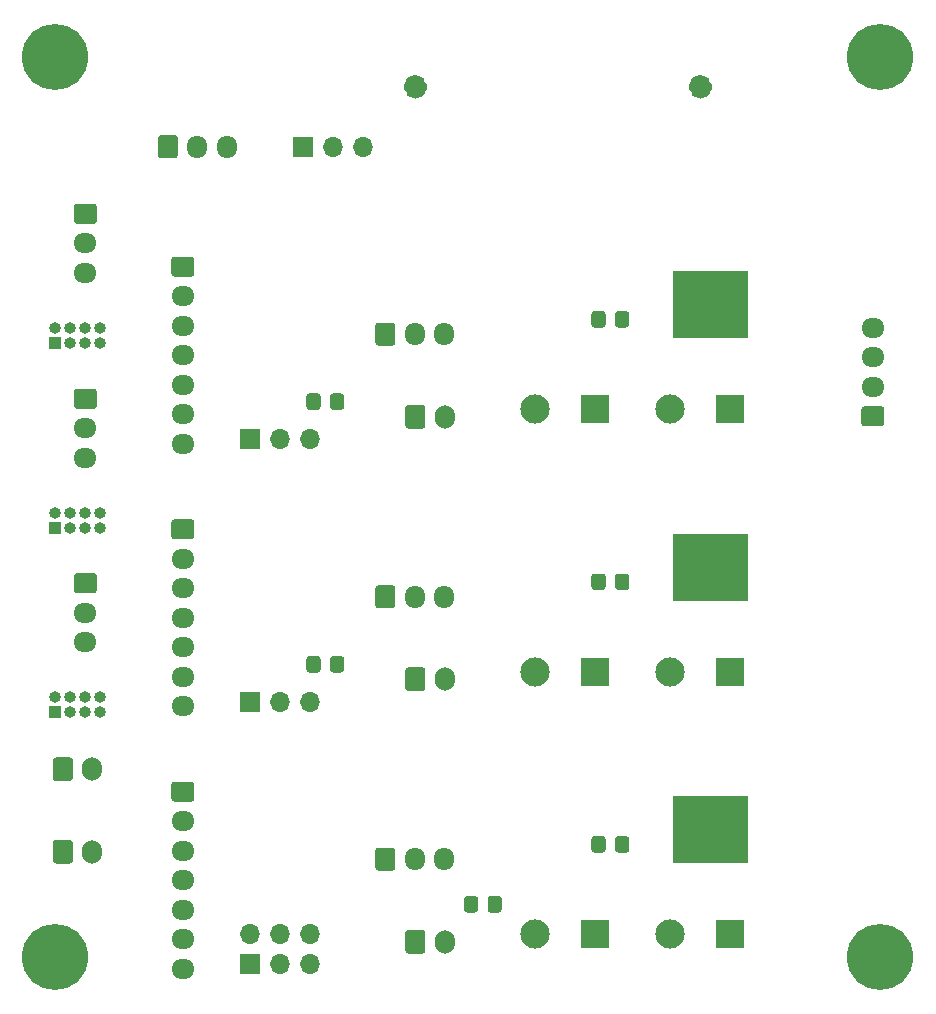
<source format=gbr>
%TF.GenerationSoftware,KiCad,Pcbnew,(5.1.9)-1*%
%TF.CreationDate,2021-02-17T21:12:08+00:00*%
%TF.ProjectId,switcherv0,73776974-6368-4657-9276-302e6b696361,rev?*%
%TF.SameCoordinates,Original*%
%TF.FileFunction,Soldermask,Bot*%
%TF.FilePolarity,Negative*%
%FSLAX46Y46*%
G04 Gerber Fmt 4.6, Leading zero omitted, Abs format (unit mm)*
G04 Created by KiCad (PCBNEW (5.1.9)-1) date 2021-02-17 21:12:08*
%MOMM*%
%LPD*%
G01*
G04 APERTURE LIST*
%ADD10C,1.000000*%
%ADD11C,0.100000*%
%ADD12C,3.600000*%
%ADD13C,5.600000*%
%ADD14O,1.700000X2.000000*%
%ADD15O,1.700000X1.700000*%
%ADD16R,1.700000X1.700000*%
%ADD17O,1.950000X1.700000*%
%ADD18C,2.475000*%
%ADD19R,2.475000X2.475000*%
%ADD20O,1.000000X1.000000*%
%ADD21R,1.000000X1.000000*%
%ADD22O,1.700000X1.950000*%
G04 APERTURE END LIST*
D10*
X166870000Y-62230000D02*
G75*
G03*
X166870000Y-62230000I-500000J0D01*
G01*
X142740000Y-62230000D02*
G75*
G03*
X142740000Y-62230000I-500000J0D01*
G01*
D11*
G36*
X170307000Y-83439000D02*
G01*
X164084000Y-83439000D01*
X164084000Y-77851000D01*
X170307000Y-77851000D01*
X170307000Y-83439000D01*
G37*
X170307000Y-83439000D02*
X164084000Y-83439000D01*
X164084000Y-77851000D01*
X170307000Y-77851000D01*
X170307000Y-83439000D01*
G36*
X170307000Y-105664000D02*
G01*
X164084000Y-105664000D01*
X164084000Y-100076000D01*
X170307000Y-100076000D01*
X170307000Y-105664000D01*
G37*
X170307000Y-105664000D02*
X164084000Y-105664000D01*
X164084000Y-100076000D01*
X170307000Y-100076000D01*
X170307000Y-105664000D01*
G36*
X170307000Y-127889000D02*
G01*
X164084000Y-127889000D01*
X164084000Y-122301000D01*
X170307000Y-122301000D01*
X170307000Y-127889000D01*
G37*
X170307000Y-127889000D02*
X164084000Y-127889000D01*
X164084000Y-122301000D01*
X170307000Y-122301000D01*
X170307000Y-127889000D01*
D12*
%TO.C,H4*%
X111760000Y-135890000D03*
D13*
X111760000Y-135890000D03*
%TD*%
D12*
%TO.C,H3*%
X181610000Y-135890000D03*
D13*
X181610000Y-135890000D03*
%TD*%
D12*
%TO.C,H2*%
X181610000Y-59690000D03*
D13*
X181610000Y-59690000D03*
%TD*%
D12*
%TO.C,H1*%
X111760000Y-59690000D03*
D13*
X111760000Y-59690000D03*
%TD*%
%TO.C,R26*%
G36*
G01*
X135020000Y-89345001D02*
X135020000Y-88444999D01*
G75*
G02*
X135269999Y-88195000I249999J0D01*
G01*
X135970001Y-88195000D01*
G75*
G02*
X136220000Y-88444999I0J-249999D01*
G01*
X136220000Y-89345001D01*
G75*
G02*
X135970001Y-89595000I-249999J0D01*
G01*
X135269999Y-89595000D01*
G75*
G02*
X135020000Y-89345001I0J249999D01*
G01*
G37*
G36*
G01*
X133020000Y-89345001D02*
X133020000Y-88444999D01*
G75*
G02*
X133269999Y-88195000I249999J0D01*
G01*
X133970001Y-88195000D01*
G75*
G02*
X134220000Y-88444999I0J-249999D01*
G01*
X134220000Y-89345001D01*
G75*
G02*
X133970001Y-89595000I-249999J0D01*
G01*
X133269999Y-89595000D01*
G75*
G02*
X133020000Y-89345001I0J249999D01*
G01*
G37*
%TD*%
%TO.C,R25*%
G36*
G01*
X135020000Y-111575001D02*
X135020000Y-110674999D01*
G75*
G02*
X135269999Y-110425000I249999J0D01*
G01*
X135970001Y-110425000D01*
G75*
G02*
X136220000Y-110674999I0J-249999D01*
G01*
X136220000Y-111575001D01*
G75*
G02*
X135970001Y-111825000I-249999J0D01*
G01*
X135269999Y-111825000D01*
G75*
G02*
X135020000Y-111575001I0J249999D01*
G01*
G37*
G36*
G01*
X133020000Y-111575001D02*
X133020000Y-110674999D01*
G75*
G02*
X133269999Y-110425000I249999J0D01*
G01*
X133970001Y-110425000D01*
G75*
G02*
X134220000Y-110674999I0J-249999D01*
G01*
X134220000Y-111575001D01*
G75*
G02*
X133970001Y-111825000I-249999J0D01*
G01*
X133269999Y-111825000D01*
G75*
G02*
X133020000Y-111575001I0J249999D01*
G01*
G37*
%TD*%
%TO.C,R24*%
G36*
G01*
X147555000Y-130994999D02*
X147555000Y-131895001D01*
G75*
G02*
X147305001Y-132145000I-249999J0D01*
G01*
X146604999Y-132145000D01*
G75*
G02*
X146355000Y-131895001I0J249999D01*
G01*
X146355000Y-130994999D01*
G75*
G02*
X146604999Y-130745000I249999J0D01*
G01*
X147305001Y-130745000D01*
G75*
G02*
X147555000Y-130994999I0J-249999D01*
G01*
G37*
G36*
G01*
X149555000Y-130994999D02*
X149555000Y-131895001D01*
G75*
G02*
X149305001Y-132145000I-249999J0D01*
G01*
X148604999Y-132145000D01*
G75*
G02*
X148355000Y-131895001I0J249999D01*
G01*
X148355000Y-130994999D01*
G75*
G02*
X148604999Y-130745000I249999J0D01*
G01*
X149305001Y-130745000D01*
G75*
G02*
X149555000Y-130994999I0J-249999D01*
G01*
G37*
%TD*%
%TO.C,R23*%
G36*
G01*
X158350000Y-81464999D02*
X158350000Y-82365001D01*
G75*
G02*
X158100001Y-82615000I-249999J0D01*
G01*
X157399999Y-82615000D01*
G75*
G02*
X157150000Y-82365001I0J249999D01*
G01*
X157150000Y-81464999D01*
G75*
G02*
X157399999Y-81215000I249999J0D01*
G01*
X158100001Y-81215000D01*
G75*
G02*
X158350000Y-81464999I0J-249999D01*
G01*
G37*
G36*
G01*
X160350000Y-81464999D02*
X160350000Y-82365001D01*
G75*
G02*
X160100001Y-82615000I-249999J0D01*
G01*
X159399999Y-82615000D01*
G75*
G02*
X159150000Y-82365001I0J249999D01*
G01*
X159150000Y-81464999D01*
G75*
G02*
X159399999Y-81215000I249999J0D01*
G01*
X160100001Y-81215000D01*
G75*
G02*
X160350000Y-81464999I0J-249999D01*
G01*
G37*
%TD*%
%TO.C,R22*%
G36*
G01*
X158350000Y-103694999D02*
X158350000Y-104595001D01*
G75*
G02*
X158100001Y-104845000I-249999J0D01*
G01*
X157399999Y-104845000D01*
G75*
G02*
X157150000Y-104595001I0J249999D01*
G01*
X157150000Y-103694999D01*
G75*
G02*
X157399999Y-103445000I249999J0D01*
G01*
X158100001Y-103445000D01*
G75*
G02*
X158350000Y-103694999I0J-249999D01*
G01*
G37*
G36*
G01*
X160350000Y-103694999D02*
X160350000Y-104595001D01*
G75*
G02*
X160100001Y-104845000I-249999J0D01*
G01*
X159399999Y-104845000D01*
G75*
G02*
X159150000Y-104595001I0J249999D01*
G01*
X159150000Y-103694999D01*
G75*
G02*
X159399999Y-103445000I249999J0D01*
G01*
X160100001Y-103445000D01*
G75*
G02*
X160350000Y-103694999I0J-249999D01*
G01*
G37*
%TD*%
%TO.C,R21*%
G36*
G01*
X160350000Y-125924999D02*
X160350000Y-126825001D01*
G75*
G02*
X160100001Y-127075000I-249999J0D01*
G01*
X159399999Y-127075000D01*
G75*
G02*
X159150000Y-126825001I0J249999D01*
G01*
X159150000Y-125924999D01*
G75*
G02*
X159399999Y-125675000I249999J0D01*
G01*
X160100001Y-125675000D01*
G75*
G02*
X160350000Y-125924999I0J-249999D01*
G01*
G37*
G36*
G01*
X158350000Y-125924999D02*
X158350000Y-126825001D01*
G75*
G02*
X158100001Y-127075000I-249999J0D01*
G01*
X157399999Y-127075000D01*
G75*
G02*
X157150000Y-126825001I0J249999D01*
G01*
X157150000Y-125924999D01*
G75*
G02*
X157399999Y-125675000I249999J0D01*
G01*
X158100001Y-125675000D01*
G75*
G02*
X158350000Y-125924999I0J-249999D01*
G01*
G37*
%TD*%
D14*
%TO.C,J9*%
X144740000Y-134620000D03*
G36*
G01*
X141390000Y-135370000D02*
X141390000Y-133870000D01*
G75*
G02*
X141640000Y-133620000I250000J0D01*
G01*
X142840000Y-133620000D01*
G75*
G02*
X143090000Y-133870000I0J-250000D01*
G01*
X143090000Y-135370000D01*
G75*
G02*
X142840000Y-135620000I-250000J0D01*
G01*
X141640000Y-135620000D01*
G75*
G02*
X141390000Y-135370000I0J250000D01*
G01*
G37*
%TD*%
D15*
%TO.C,JP3*%
X137795000Y-67310000D03*
X135255000Y-67310000D03*
D16*
X132715000Y-67310000D03*
%TD*%
D17*
%TO.C,J14*%
X122555000Y-136920000D03*
X122555000Y-134420000D03*
X122555000Y-131920000D03*
X122555000Y-129420000D03*
X122555000Y-126920000D03*
X122555000Y-124420000D03*
G36*
G01*
X121830000Y-121070000D02*
X123280000Y-121070000D01*
G75*
G02*
X123530000Y-121320000I0J-250000D01*
G01*
X123530000Y-122520000D01*
G75*
G02*
X123280000Y-122770000I-250000J0D01*
G01*
X121830000Y-122770000D01*
G75*
G02*
X121580000Y-122520000I0J250000D01*
G01*
X121580000Y-121320000D01*
G75*
G02*
X121830000Y-121070000I250000J0D01*
G01*
G37*
%TD*%
D18*
%TO.C,J2*%
X152400000Y-133985000D03*
D19*
X157480000Y-133985000D03*
%TD*%
D17*
%TO.C,J20*%
X114300000Y-77978000D03*
X114300000Y-75478000D03*
G36*
G01*
X113575000Y-72128000D02*
X115025000Y-72128000D01*
G75*
G02*
X115275000Y-72378000I0J-250000D01*
G01*
X115275000Y-73578000D01*
G75*
G02*
X115025000Y-73828000I-250000J0D01*
G01*
X113575000Y-73828000D01*
G75*
G02*
X113325000Y-73578000I0J250000D01*
G01*
X113325000Y-72378000D01*
G75*
G02*
X113575000Y-72128000I250000J0D01*
G01*
G37*
%TD*%
D14*
%TO.C,J17*%
X114895000Y-120015000D03*
G36*
G01*
X111545000Y-120765000D02*
X111545000Y-119265000D01*
G75*
G02*
X111795000Y-119015000I250000J0D01*
G01*
X112995000Y-119015000D01*
G75*
G02*
X113245000Y-119265000I0J-250000D01*
G01*
X113245000Y-120765000D01*
G75*
G02*
X112995000Y-121015000I-250000J0D01*
G01*
X111795000Y-121015000D01*
G75*
G02*
X111545000Y-120765000I0J250000D01*
G01*
G37*
%TD*%
D17*
%TO.C,J21*%
X114300000Y-93646000D03*
X114300000Y-91146000D03*
G36*
G01*
X113575000Y-87796000D02*
X115025000Y-87796000D01*
G75*
G02*
X115275000Y-88046000I0J-250000D01*
G01*
X115275000Y-89246000D01*
G75*
G02*
X115025000Y-89496000I-250000J0D01*
G01*
X113575000Y-89496000D01*
G75*
G02*
X113325000Y-89246000I0J250000D01*
G01*
X113325000Y-88046000D01*
G75*
G02*
X113575000Y-87796000I250000J0D01*
G01*
G37*
%TD*%
%TO.C,J22*%
X114300000Y-109267000D03*
X114300000Y-106767000D03*
G36*
G01*
X113575000Y-103417000D02*
X115025000Y-103417000D01*
G75*
G02*
X115275000Y-103667000I0J-250000D01*
G01*
X115275000Y-104867000D01*
G75*
G02*
X115025000Y-105117000I-250000J0D01*
G01*
X113575000Y-105117000D01*
G75*
G02*
X113325000Y-104867000I0J250000D01*
G01*
X113325000Y-103667000D01*
G75*
G02*
X113575000Y-103417000I250000J0D01*
G01*
G37*
%TD*%
D20*
%TO.C,JP6*%
X115570000Y-113919000D03*
X115570000Y-115189000D03*
X114300000Y-113919000D03*
X114300000Y-115189000D03*
X113030000Y-113919000D03*
X113030000Y-115189000D03*
X111760000Y-113919000D03*
D21*
X111760000Y-115189000D03*
%TD*%
D20*
%TO.C,JP5*%
X115570000Y-98298000D03*
X115570000Y-99568000D03*
X114300000Y-98298000D03*
X114300000Y-99568000D03*
X113030000Y-98298000D03*
X113030000Y-99568000D03*
X111760000Y-98298000D03*
D21*
X111760000Y-99568000D03*
%TD*%
D20*
%TO.C,JP4*%
X115570000Y-82677000D03*
X115570000Y-83947000D03*
X114300000Y-82677000D03*
X114300000Y-83947000D03*
X113030000Y-82677000D03*
X113030000Y-83947000D03*
X111760000Y-82677000D03*
D21*
X111760000Y-83947000D03*
%TD*%
D22*
%TO.C,J19*%
X126285000Y-67310000D03*
X123785000Y-67310000D03*
G36*
G01*
X120435000Y-68035000D02*
X120435000Y-66585000D01*
G75*
G02*
X120685000Y-66335000I250000J0D01*
G01*
X121885000Y-66335000D01*
G75*
G02*
X122135000Y-66585000I0J-250000D01*
G01*
X122135000Y-68035000D01*
G75*
G02*
X121885000Y-68285000I-250000J0D01*
G01*
X120685000Y-68285000D01*
G75*
G02*
X120435000Y-68035000I0J250000D01*
G01*
G37*
%TD*%
D14*
%TO.C,J18*%
X114895000Y-127000000D03*
G36*
G01*
X111545000Y-127750000D02*
X111545000Y-126250000D01*
G75*
G02*
X111795000Y-126000000I250000J0D01*
G01*
X112995000Y-126000000D01*
G75*
G02*
X113245000Y-126250000I0J-250000D01*
G01*
X113245000Y-127750000D01*
G75*
G02*
X112995000Y-128000000I-250000J0D01*
G01*
X111795000Y-128000000D01*
G75*
G02*
X111545000Y-127750000I0J250000D01*
G01*
G37*
%TD*%
%TO.C,J16*%
G36*
G01*
X121830000Y-76620000D02*
X123280000Y-76620000D01*
G75*
G02*
X123530000Y-76870000I0J-250000D01*
G01*
X123530000Y-78070000D01*
G75*
G02*
X123280000Y-78320000I-250000J0D01*
G01*
X121830000Y-78320000D01*
G75*
G02*
X121580000Y-78070000I0J250000D01*
G01*
X121580000Y-76870000D01*
G75*
G02*
X121830000Y-76620000I250000J0D01*
G01*
G37*
D17*
X122555000Y-79970000D03*
X122555000Y-82470000D03*
X122555000Y-84970000D03*
X122555000Y-87470000D03*
X122555000Y-89970000D03*
X122555000Y-92470000D03*
%TD*%
%TO.C,J15*%
X122555000Y-114695000D03*
X122555000Y-112195000D03*
X122555000Y-109695000D03*
X122555000Y-107195000D03*
X122555000Y-104695000D03*
X122555000Y-102195000D03*
G36*
G01*
X121830000Y-98845000D02*
X123280000Y-98845000D01*
G75*
G02*
X123530000Y-99095000I0J-250000D01*
G01*
X123530000Y-100295000D01*
G75*
G02*
X123280000Y-100545000I-250000J0D01*
G01*
X121830000Y-100545000D01*
G75*
G02*
X121580000Y-100295000I0J250000D01*
G01*
X121580000Y-99095000D01*
G75*
G02*
X121830000Y-98845000I250000J0D01*
G01*
G37*
%TD*%
%TO.C,J13*%
G36*
G01*
X141390000Y-90920000D02*
X141390000Y-89420000D01*
G75*
G02*
X141640000Y-89170000I250000J0D01*
G01*
X142840000Y-89170000D01*
G75*
G02*
X143090000Y-89420000I0J-250000D01*
G01*
X143090000Y-90920000D01*
G75*
G02*
X142840000Y-91170000I-250000J0D01*
G01*
X141640000Y-91170000D01*
G75*
G02*
X141390000Y-90920000I0J250000D01*
G01*
G37*
D14*
X144740000Y-90170000D03*
%TD*%
%TO.C,J12*%
G36*
G01*
X138850000Y-83910000D02*
X138850000Y-82460000D01*
G75*
G02*
X139100000Y-82210000I250000J0D01*
G01*
X140300000Y-82210000D01*
G75*
G02*
X140550000Y-82460000I0J-250000D01*
G01*
X140550000Y-83910000D01*
G75*
G02*
X140300000Y-84160000I-250000J0D01*
G01*
X139100000Y-84160000D01*
G75*
G02*
X138850000Y-83910000I0J250000D01*
G01*
G37*
D22*
X142200000Y-83185000D03*
X144700000Y-83185000D03*
%TD*%
D14*
%TO.C,J11*%
X144740000Y-112395000D03*
G36*
G01*
X141390000Y-113145000D02*
X141390000Y-111645000D01*
G75*
G02*
X141640000Y-111395000I250000J0D01*
G01*
X142840000Y-111395000D01*
G75*
G02*
X143090000Y-111645000I0J-250000D01*
G01*
X143090000Y-113145000D01*
G75*
G02*
X142840000Y-113395000I-250000J0D01*
G01*
X141640000Y-113395000D01*
G75*
G02*
X141390000Y-113145000I0J250000D01*
G01*
G37*
%TD*%
D22*
%TO.C,J10*%
X144700000Y-105410000D03*
X142200000Y-105410000D03*
G36*
G01*
X138850000Y-106135000D02*
X138850000Y-104685000D01*
G75*
G02*
X139100000Y-104435000I250000J0D01*
G01*
X140300000Y-104435000D01*
G75*
G02*
X140550000Y-104685000I0J-250000D01*
G01*
X140550000Y-106135000D01*
G75*
G02*
X140300000Y-106385000I-250000J0D01*
G01*
X139100000Y-106385000D01*
G75*
G02*
X138850000Y-106135000I0J250000D01*
G01*
G37*
%TD*%
%TO.C,J8*%
X144700000Y-127635000D03*
X142200000Y-127635000D03*
G36*
G01*
X138850000Y-128360000D02*
X138850000Y-126910000D01*
G75*
G02*
X139100000Y-126660000I250000J0D01*
G01*
X140300000Y-126660000D01*
G75*
G02*
X140550000Y-126910000I0J-250000D01*
G01*
X140550000Y-128360000D01*
G75*
G02*
X140300000Y-128610000I-250000J0D01*
G01*
X139100000Y-128610000D01*
G75*
G02*
X138850000Y-128360000I0J250000D01*
G01*
G37*
%TD*%
D17*
%TO.C,J1*%
X180975000Y-82630000D03*
X180975000Y-85130000D03*
X180975000Y-87630000D03*
G36*
G01*
X181700000Y-90980000D02*
X180250000Y-90980000D01*
G75*
G02*
X180000000Y-90730000I0J250000D01*
G01*
X180000000Y-89530000D01*
G75*
G02*
X180250000Y-89280000I250000J0D01*
G01*
X181700000Y-89280000D01*
G75*
G02*
X181950000Y-89530000I0J-250000D01*
G01*
X181950000Y-90730000D01*
G75*
G02*
X181700000Y-90980000I-250000J0D01*
G01*
G37*
%TD*%
D19*
%TO.C,J7*%
X168910000Y-89535000D03*
D18*
X163830000Y-89535000D03*
%TD*%
D19*
%TO.C,J6*%
X157480000Y-89535000D03*
D18*
X152400000Y-89535000D03*
%TD*%
%TO.C,J5*%
X163830000Y-111760000D03*
D19*
X168910000Y-111760000D03*
%TD*%
D18*
%TO.C,J4*%
X152400000Y-111760000D03*
D19*
X157480000Y-111760000D03*
%TD*%
D18*
%TO.C,J3*%
X163830000Y-133985000D03*
D19*
X168910000Y-133985000D03*
%TD*%
D15*
%TO.C,JP0*%
X133350000Y-133985000D03*
X133350000Y-136525000D03*
X130810000Y-133985000D03*
X130810000Y-136525000D03*
X128270000Y-133985000D03*
D16*
X128270000Y-136525000D03*
%TD*%
D15*
%TO.C,JP1*%
X133350000Y-114300000D03*
X130810000Y-114300000D03*
D16*
X128270000Y-114300000D03*
%TD*%
%TO.C,JP2*%
X128270000Y-92075000D03*
D15*
X130810000Y-92075000D03*
X133350000Y-92075000D03*
%TD*%
M02*

</source>
